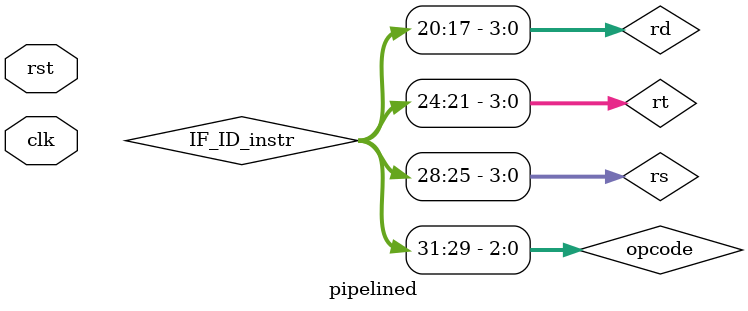
<source format=v>
module pipelined(clk,rst);
    input clk;
    input rst;
 
	
    reg [31:0] PC;
    reg [31:0] instr_mem[0:15];
    reg [31:0] regfile[0:15];
    reg [31:0] data_mem[0:15];

    // Pipeline Registers
    reg [31:0] IF_ID_instr;
    reg [31:0] ID_EX_opA, ID_EX_opB;
    reg [3:0] ID_EX_rd;
    reg [2:0] ID_EX_opcode;
    reg [31:0] EX_WB_result;
    reg [3:0] EX_WB_rd;
    reg EX_WB_write;

    // Opcodes
    localparam ADD = 3'b000,
               SUB = 3'b001,
               AND = 3'b010,
               LOAD = 3'b011;

    // Instruction Fetch (IF)
    always @(posedge clk) begin
        if (rst) begin
            PC <= 0;
        end else begin
            IF_ID_instr <= instr_mem[PC >> 2];
            PC <= PC + 4;
        end
    end

    // Instruction Decode (ID)
    wire [2:0] opcode = IF_ID_instr[31:29];
    wire [3:0] rs = IF_ID_instr[28:25];
    wire [3:0] rt = IF_ID_instr[24:21];
    wire [3:0] rd = IF_ID_instr[20:17];

    always @(posedge clk) begin
        ID_EX_opA <= regfile[rs];
        ID_EX_opB <= regfile[rt];
        ID_EX_rd <= rd;
        ID_EX_opcode <= opcode;
    end

    // Execute (EX)
    reg [31:0] ALU_result;

    always @(*) begin
        case (ID_EX_opcode)
            ADD:  ALU_result = ID_EX_opA + ID_EX_opB;
            SUB:  ALU_result = ID_EX_opA - ID_EX_opB;
            AND: ALU_result = ID_EX_opA & ID_EX_opB;
            LOAD: ALU_result = data_mem[ID_EX_opB];
            default: ALU_result = 0;
        endcase
    end

    always @(posedge clk) begin
        EX_WB_result <= ALU_result;
        EX_WB_rd <= ID_EX_rd;
        EX_WB_write <= 1'b1;
    end

    // Write Back (WB)
    always @(posedge clk) begin
        if (EX_WB_write && EX_WB_rd != 4'b0000) begin
            regfile[EX_WB_rd] <= EX_WB_result;
        end
    end
endmodule






</source>
